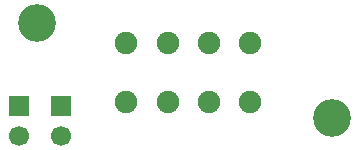
<source format=gts>
G04 #@! TF.GenerationSoftware,KiCad,Pcbnew,9.0.2*
G04 #@! TF.CreationDate,2025-09-13T20:30:34-05:00*
G04 #@! TF.ProjectId,pcb-bulkplate-passthrough,7063622d-6275-46c6-9b70-6c6174652d70,V1.0*
G04 #@! TF.SameCoordinates,Original*
G04 #@! TF.FileFunction,Soldermask,Top*
G04 #@! TF.FilePolarity,Negative*
%FSLAX46Y46*%
G04 Gerber Fmt 4.6, Leading zero omitted, Abs format (unit mm)*
G04 Created by KiCad (PCBNEW 9.0.2) date 2025-09-13 20:30:34*
%MOMM*%
%LPD*%
G01*
G04 APERTURE LIST*
%ADD10C,3.200000*%
%ADD11C,1.900000*%
%ADD12R,1.700000X1.700000*%
%ADD13C,1.700000*%
G04 APERTURE END LIST*
D10*
X102000000Y-68000000D03*
D11*
X84599996Y-61600000D03*
X84599996Y-66600000D03*
X88099999Y-61600000D03*
X88099999Y-66600000D03*
X91600000Y-61600000D03*
X91600000Y-66600000D03*
X95100000Y-61600000D03*
X95100000Y-66600000D03*
D10*
X77000000Y-59900000D03*
D12*
X79100000Y-67000000D03*
D13*
X79100000Y-69540000D03*
D12*
X75475000Y-67000000D03*
D13*
X75475000Y-69540000D03*
M02*

</source>
